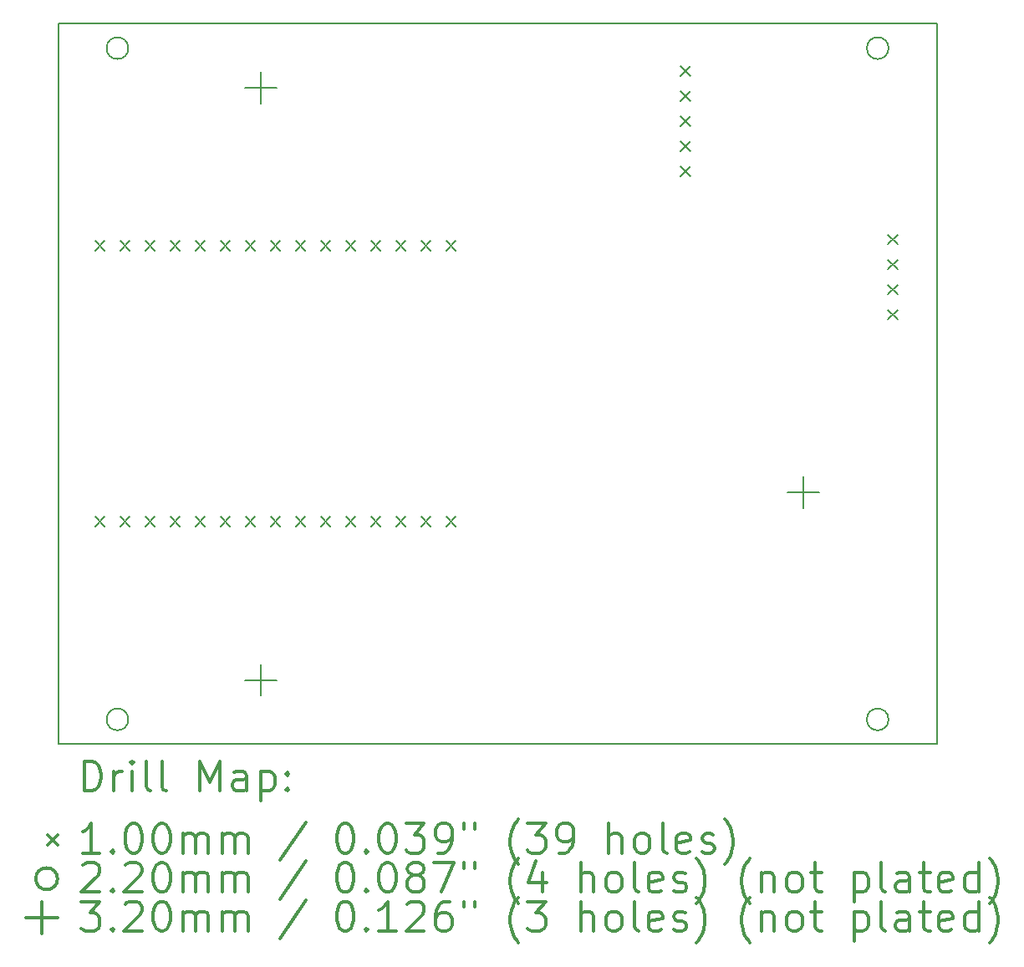
<source format=gbr>
%FSLAX45Y45*%
G04 Gerber Fmt 4.5, Leading zero omitted, Abs format (unit mm)*
G04 Created by KiCad (PCBNEW 4.0.5) date 02/25/17 14:43:31*
%MOMM*%
%LPD*%
G01*
G04 APERTURE LIST*
%ADD10C,0.127000*%
%ADD11C,0.150000*%
%ADD12C,0.200000*%
%ADD13C,0.300000*%
G04 APERTURE END LIST*
D10*
D11*
X20700000Y-4650000D02*
X11800000Y-4650000D01*
X20700000Y-11950000D02*
X20700000Y-4650000D01*
X11800000Y-11950000D02*
X20700000Y-11950000D01*
X11800000Y-4650000D02*
X11800000Y-11950000D01*
D12*
X12172000Y-6853000D02*
X12272000Y-6953000D01*
X12272000Y-6853000D02*
X12172000Y-6953000D01*
X12172000Y-9647000D02*
X12272000Y-9747000D01*
X12272000Y-9647000D02*
X12172000Y-9747000D01*
X12426000Y-6853000D02*
X12526000Y-6953000D01*
X12526000Y-6853000D02*
X12426000Y-6953000D01*
X12426000Y-9647000D02*
X12526000Y-9747000D01*
X12526000Y-9647000D02*
X12426000Y-9747000D01*
X12680000Y-6853000D02*
X12780000Y-6953000D01*
X12780000Y-6853000D02*
X12680000Y-6953000D01*
X12680000Y-9647000D02*
X12780000Y-9747000D01*
X12780000Y-9647000D02*
X12680000Y-9747000D01*
X12934000Y-6853000D02*
X13034000Y-6953000D01*
X13034000Y-6853000D02*
X12934000Y-6953000D01*
X12934000Y-9647000D02*
X13034000Y-9747000D01*
X13034000Y-9647000D02*
X12934000Y-9747000D01*
X13188000Y-6853000D02*
X13288000Y-6953000D01*
X13288000Y-6853000D02*
X13188000Y-6953000D01*
X13188000Y-9647000D02*
X13288000Y-9747000D01*
X13288000Y-9647000D02*
X13188000Y-9747000D01*
X13442000Y-6853000D02*
X13542000Y-6953000D01*
X13542000Y-6853000D02*
X13442000Y-6953000D01*
X13442000Y-9647000D02*
X13542000Y-9747000D01*
X13542000Y-9647000D02*
X13442000Y-9747000D01*
X13696000Y-6853000D02*
X13796000Y-6953000D01*
X13796000Y-6853000D02*
X13696000Y-6953000D01*
X13696000Y-9647000D02*
X13796000Y-9747000D01*
X13796000Y-9647000D02*
X13696000Y-9747000D01*
X13950000Y-6853000D02*
X14050000Y-6953000D01*
X14050000Y-6853000D02*
X13950000Y-6953000D01*
X13950000Y-9647000D02*
X14050000Y-9747000D01*
X14050000Y-9647000D02*
X13950000Y-9747000D01*
X14204000Y-6853000D02*
X14304000Y-6953000D01*
X14304000Y-6853000D02*
X14204000Y-6953000D01*
X14204000Y-9647000D02*
X14304000Y-9747000D01*
X14304000Y-9647000D02*
X14204000Y-9747000D01*
X14458000Y-6853000D02*
X14558000Y-6953000D01*
X14558000Y-6853000D02*
X14458000Y-6953000D01*
X14458000Y-9647000D02*
X14558000Y-9747000D01*
X14558000Y-9647000D02*
X14458000Y-9747000D01*
X14712000Y-6853000D02*
X14812000Y-6953000D01*
X14812000Y-6853000D02*
X14712000Y-6953000D01*
X14712000Y-9647000D02*
X14812000Y-9747000D01*
X14812000Y-9647000D02*
X14712000Y-9747000D01*
X14966000Y-6853000D02*
X15066000Y-6953000D01*
X15066000Y-6853000D02*
X14966000Y-6953000D01*
X14966000Y-9647000D02*
X15066000Y-9747000D01*
X15066000Y-9647000D02*
X14966000Y-9747000D01*
X15220000Y-6853000D02*
X15320000Y-6953000D01*
X15320000Y-6853000D02*
X15220000Y-6953000D01*
X15220000Y-9647000D02*
X15320000Y-9747000D01*
X15320000Y-9647000D02*
X15220000Y-9747000D01*
X15474000Y-6853000D02*
X15574000Y-6953000D01*
X15574000Y-6853000D02*
X15474000Y-6953000D01*
X15474000Y-9647000D02*
X15574000Y-9747000D01*
X15574000Y-9647000D02*
X15474000Y-9747000D01*
X15728000Y-6853000D02*
X15828000Y-6953000D01*
X15828000Y-6853000D02*
X15728000Y-6953000D01*
X15728000Y-9647000D02*
X15828000Y-9747000D01*
X15828000Y-9647000D02*
X15728000Y-9747000D01*
X18100000Y-5084000D02*
X18200000Y-5184000D01*
X18200000Y-5084000D02*
X18100000Y-5184000D01*
X18100000Y-5338000D02*
X18200000Y-5438000D01*
X18200000Y-5338000D02*
X18100000Y-5438000D01*
X18100000Y-5592000D02*
X18200000Y-5692000D01*
X18200000Y-5592000D02*
X18100000Y-5692000D01*
X18100000Y-5846000D02*
X18200000Y-5946000D01*
X18200000Y-5846000D02*
X18100000Y-5946000D01*
X18100000Y-6100000D02*
X18200000Y-6200000D01*
X18200000Y-6100000D02*
X18100000Y-6200000D01*
X20200000Y-6788000D02*
X20300000Y-6888000D01*
X20300000Y-6788000D02*
X20200000Y-6888000D01*
X20200000Y-7042000D02*
X20300000Y-7142000D01*
X20300000Y-7042000D02*
X20200000Y-7142000D01*
X20200000Y-7296000D02*
X20300000Y-7396000D01*
X20300000Y-7296000D02*
X20200000Y-7396000D01*
X20200000Y-7550000D02*
X20300000Y-7650000D01*
X20300000Y-7550000D02*
X20200000Y-7650000D01*
X12510000Y-4900000D02*
G75*
G03X12510000Y-4900000I-110000J0D01*
G01*
X12510000Y-11700000D02*
G75*
G03X12510000Y-11700000I-110000J0D01*
G01*
X20210000Y-4900000D02*
G75*
G03X20210000Y-4900000I-110000J0D01*
G01*
X20210000Y-11700000D02*
G75*
G03X20210000Y-11700000I-110000J0D01*
G01*
X13850000Y-5140000D02*
X13850000Y-5460000D01*
X13690000Y-5300000D02*
X14010000Y-5300000D01*
X13850000Y-11140000D02*
X13850000Y-11460000D01*
X13690000Y-11300000D02*
X14010000Y-11300000D01*
X19350000Y-9240000D02*
X19350000Y-9560000D01*
X19190000Y-9400000D02*
X19510000Y-9400000D01*
D13*
X12063928Y-12423214D02*
X12063928Y-12123214D01*
X12135357Y-12123214D01*
X12178214Y-12137500D01*
X12206786Y-12166071D01*
X12221071Y-12194643D01*
X12235357Y-12251786D01*
X12235357Y-12294643D01*
X12221071Y-12351786D01*
X12206786Y-12380357D01*
X12178214Y-12408929D01*
X12135357Y-12423214D01*
X12063928Y-12423214D01*
X12363928Y-12423214D02*
X12363928Y-12223214D01*
X12363928Y-12280357D02*
X12378214Y-12251786D01*
X12392500Y-12237500D01*
X12421071Y-12223214D01*
X12449643Y-12223214D01*
X12549643Y-12423214D02*
X12549643Y-12223214D01*
X12549643Y-12123214D02*
X12535357Y-12137500D01*
X12549643Y-12151786D01*
X12563928Y-12137500D01*
X12549643Y-12123214D01*
X12549643Y-12151786D01*
X12735357Y-12423214D02*
X12706786Y-12408929D01*
X12692500Y-12380357D01*
X12692500Y-12123214D01*
X12892500Y-12423214D02*
X12863928Y-12408929D01*
X12849643Y-12380357D01*
X12849643Y-12123214D01*
X13235357Y-12423214D02*
X13235357Y-12123214D01*
X13335357Y-12337500D01*
X13435357Y-12123214D01*
X13435357Y-12423214D01*
X13706786Y-12423214D02*
X13706786Y-12266071D01*
X13692500Y-12237500D01*
X13663928Y-12223214D01*
X13606786Y-12223214D01*
X13578214Y-12237500D01*
X13706786Y-12408929D02*
X13678214Y-12423214D01*
X13606786Y-12423214D01*
X13578214Y-12408929D01*
X13563928Y-12380357D01*
X13563928Y-12351786D01*
X13578214Y-12323214D01*
X13606786Y-12308929D01*
X13678214Y-12308929D01*
X13706786Y-12294643D01*
X13849643Y-12223214D02*
X13849643Y-12523214D01*
X13849643Y-12237500D02*
X13878214Y-12223214D01*
X13935357Y-12223214D01*
X13963928Y-12237500D01*
X13978214Y-12251786D01*
X13992500Y-12280357D01*
X13992500Y-12366071D01*
X13978214Y-12394643D01*
X13963928Y-12408929D01*
X13935357Y-12423214D01*
X13878214Y-12423214D01*
X13849643Y-12408929D01*
X14121071Y-12394643D02*
X14135357Y-12408929D01*
X14121071Y-12423214D01*
X14106786Y-12408929D01*
X14121071Y-12394643D01*
X14121071Y-12423214D01*
X14121071Y-12237500D02*
X14135357Y-12251786D01*
X14121071Y-12266071D01*
X14106786Y-12251786D01*
X14121071Y-12237500D01*
X14121071Y-12266071D01*
X11692500Y-12867500D02*
X11792500Y-12967500D01*
X11792500Y-12867500D02*
X11692500Y-12967500D01*
X12221071Y-13053214D02*
X12049643Y-13053214D01*
X12135357Y-13053214D02*
X12135357Y-12753214D01*
X12106786Y-12796071D01*
X12078214Y-12824643D01*
X12049643Y-12838929D01*
X12349643Y-13024643D02*
X12363928Y-13038929D01*
X12349643Y-13053214D01*
X12335357Y-13038929D01*
X12349643Y-13024643D01*
X12349643Y-13053214D01*
X12549643Y-12753214D02*
X12578214Y-12753214D01*
X12606786Y-12767500D01*
X12621071Y-12781786D01*
X12635357Y-12810357D01*
X12649643Y-12867500D01*
X12649643Y-12938929D01*
X12635357Y-12996071D01*
X12621071Y-13024643D01*
X12606786Y-13038929D01*
X12578214Y-13053214D01*
X12549643Y-13053214D01*
X12521071Y-13038929D01*
X12506786Y-13024643D01*
X12492500Y-12996071D01*
X12478214Y-12938929D01*
X12478214Y-12867500D01*
X12492500Y-12810357D01*
X12506786Y-12781786D01*
X12521071Y-12767500D01*
X12549643Y-12753214D01*
X12835357Y-12753214D02*
X12863928Y-12753214D01*
X12892500Y-12767500D01*
X12906786Y-12781786D01*
X12921071Y-12810357D01*
X12935357Y-12867500D01*
X12935357Y-12938929D01*
X12921071Y-12996071D01*
X12906786Y-13024643D01*
X12892500Y-13038929D01*
X12863928Y-13053214D01*
X12835357Y-13053214D01*
X12806786Y-13038929D01*
X12792500Y-13024643D01*
X12778214Y-12996071D01*
X12763928Y-12938929D01*
X12763928Y-12867500D01*
X12778214Y-12810357D01*
X12792500Y-12781786D01*
X12806786Y-12767500D01*
X12835357Y-12753214D01*
X13063928Y-13053214D02*
X13063928Y-12853214D01*
X13063928Y-12881786D02*
X13078214Y-12867500D01*
X13106786Y-12853214D01*
X13149643Y-12853214D01*
X13178214Y-12867500D01*
X13192500Y-12896071D01*
X13192500Y-13053214D01*
X13192500Y-12896071D02*
X13206786Y-12867500D01*
X13235357Y-12853214D01*
X13278214Y-12853214D01*
X13306786Y-12867500D01*
X13321071Y-12896071D01*
X13321071Y-13053214D01*
X13463928Y-13053214D02*
X13463928Y-12853214D01*
X13463928Y-12881786D02*
X13478214Y-12867500D01*
X13506786Y-12853214D01*
X13549643Y-12853214D01*
X13578214Y-12867500D01*
X13592500Y-12896071D01*
X13592500Y-13053214D01*
X13592500Y-12896071D02*
X13606786Y-12867500D01*
X13635357Y-12853214D01*
X13678214Y-12853214D01*
X13706786Y-12867500D01*
X13721071Y-12896071D01*
X13721071Y-13053214D01*
X14306786Y-12738929D02*
X14049643Y-13124643D01*
X14692500Y-12753214D02*
X14721071Y-12753214D01*
X14749643Y-12767500D01*
X14763928Y-12781786D01*
X14778214Y-12810357D01*
X14792500Y-12867500D01*
X14792500Y-12938929D01*
X14778214Y-12996071D01*
X14763928Y-13024643D01*
X14749643Y-13038929D01*
X14721071Y-13053214D01*
X14692500Y-13053214D01*
X14663928Y-13038929D01*
X14649643Y-13024643D01*
X14635357Y-12996071D01*
X14621071Y-12938929D01*
X14621071Y-12867500D01*
X14635357Y-12810357D01*
X14649643Y-12781786D01*
X14663928Y-12767500D01*
X14692500Y-12753214D01*
X14921071Y-13024643D02*
X14935357Y-13038929D01*
X14921071Y-13053214D01*
X14906786Y-13038929D01*
X14921071Y-13024643D01*
X14921071Y-13053214D01*
X15121071Y-12753214D02*
X15149643Y-12753214D01*
X15178214Y-12767500D01*
X15192500Y-12781786D01*
X15206785Y-12810357D01*
X15221071Y-12867500D01*
X15221071Y-12938929D01*
X15206785Y-12996071D01*
X15192500Y-13024643D01*
X15178214Y-13038929D01*
X15149643Y-13053214D01*
X15121071Y-13053214D01*
X15092500Y-13038929D01*
X15078214Y-13024643D01*
X15063928Y-12996071D01*
X15049643Y-12938929D01*
X15049643Y-12867500D01*
X15063928Y-12810357D01*
X15078214Y-12781786D01*
X15092500Y-12767500D01*
X15121071Y-12753214D01*
X15321071Y-12753214D02*
X15506785Y-12753214D01*
X15406785Y-12867500D01*
X15449643Y-12867500D01*
X15478214Y-12881786D01*
X15492500Y-12896071D01*
X15506785Y-12924643D01*
X15506785Y-12996071D01*
X15492500Y-13024643D01*
X15478214Y-13038929D01*
X15449643Y-13053214D01*
X15363928Y-13053214D01*
X15335357Y-13038929D01*
X15321071Y-13024643D01*
X15649643Y-13053214D02*
X15706785Y-13053214D01*
X15735357Y-13038929D01*
X15749643Y-13024643D01*
X15778214Y-12981786D01*
X15792500Y-12924643D01*
X15792500Y-12810357D01*
X15778214Y-12781786D01*
X15763928Y-12767500D01*
X15735357Y-12753214D01*
X15678214Y-12753214D01*
X15649643Y-12767500D01*
X15635357Y-12781786D01*
X15621071Y-12810357D01*
X15621071Y-12881786D01*
X15635357Y-12910357D01*
X15649643Y-12924643D01*
X15678214Y-12938929D01*
X15735357Y-12938929D01*
X15763928Y-12924643D01*
X15778214Y-12910357D01*
X15792500Y-12881786D01*
X15906786Y-12753214D02*
X15906786Y-12810357D01*
X16021071Y-12753214D02*
X16021071Y-12810357D01*
X16463928Y-13167500D02*
X16449643Y-13153214D01*
X16421071Y-13110357D01*
X16406785Y-13081786D01*
X16392500Y-13038929D01*
X16378214Y-12967500D01*
X16378214Y-12910357D01*
X16392500Y-12838929D01*
X16406785Y-12796071D01*
X16421071Y-12767500D01*
X16449643Y-12724643D01*
X16463928Y-12710357D01*
X16549643Y-12753214D02*
X16735357Y-12753214D01*
X16635357Y-12867500D01*
X16678214Y-12867500D01*
X16706785Y-12881786D01*
X16721071Y-12896071D01*
X16735357Y-12924643D01*
X16735357Y-12996071D01*
X16721071Y-13024643D01*
X16706785Y-13038929D01*
X16678214Y-13053214D01*
X16592500Y-13053214D01*
X16563928Y-13038929D01*
X16549643Y-13024643D01*
X16878214Y-13053214D02*
X16935357Y-13053214D01*
X16963928Y-13038929D01*
X16978214Y-13024643D01*
X17006786Y-12981786D01*
X17021071Y-12924643D01*
X17021071Y-12810357D01*
X17006786Y-12781786D01*
X16992500Y-12767500D01*
X16963928Y-12753214D01*
X16906786Y-12753214D01*
X16878214Y-12767500D01*
X16863928Y-12781786D01*
X16849643Y-12810357D01*
X16849643Y-12881786D01*
X16863928Y-12910357D01*
X16878214Y-12924643D01*
X16906786Y-12938929D01*
X16963928Y-12938929D01*
X16992500Y-12924643D01*
X17006786Y-12910357D01*
X17021071Y-12881786D01*
X17378214Y-13053214D02*
X17378214Y-12753214D01*
X17506786Y-13053214D02*
X17506786Y-12896071D01*
X17492500Y-12867500D01*
X17463928Y-12853214D01*
X17421071Y-12853214D01*
X17392500Y-12867500D01*
X17378214Y-12881786D01*
X17692500Y-13053214D02*
X17663928Y-13038929D01*
X17649643Y-13024643D01*
X17635357Y-12996071D01*
X17635357Y-12910357D01*
X17649643Y-12881786D01*
X17663928Y-12867500D01*
X17692500Y-12853214D01*
X17735357Y-12853214D01*
X17763928Y-12867500D01*
X17778214Y-12881786D01*
X17792500Y-12910357D01*
X17792500Y-12996071D01*
X17778214Y-13024643D01*
X17763928Y-13038929D01*
X17735357Y-13053214D01*
X17692500Y-13053214D01*
X17963928Y-13053214D02*
X17935357Y-13038929D01*
X17921071Y-13010357D01*
X17921071Y-12753214D01*
X18192500Y-13038929D02*
X18163929Y-13053214D01*
X18106786Y-13053214D01*
X18078214Y-13038929D01*
X18063929Y-13010357D01*
X18063929Y-12896071D01*
X18078214Y-12867500D01*
X18106786Y-12853214D01*
X18163929Y-12853214D01*
X18192500Y-12867500D01*
X18206786Y-12896071D01*
X18206786Y-12924643D01*
X18063929Y-12953214D01*
X18321071Y-13038929D02*
X18349643Y-13053214D01*
X18406786Y-13053214D01*
X18435357Y-13038929D01*
X18449643Y-13010357D01*
X18449643Y-12996071D01*
X18435357Y-12967500D01*
X18406786Y-12953214D01*
X18363929Y-12953214D01*
X18335357Y-12938929D01*
X18321071Y-12910357D01*
X18321071Y-12896071D01*
X18335357Y-12867500D01*
X18363929Y-12853214D01*
X18406786Y-12853214D01*
X18435357Y-12867500D01*
X18549643Y-13167500D02*
X18563929Y-13153214D01*
X18592500Y-13110357D01*
X18606786Y-13081786D01*
X18621071Y-13038929D01*
X18635357Y-12967500D01*
X18635357Y-12910357D01*
X18621071Y-12838929D01*
X18606786Y-12796071D01*
X18592500Y-12767500D01*
X18563929Y-12724643D01*
X18549643Y-12710357D01*
X11792500Y-13313500D02*
G75*
G03X11792500Y-13313500I-110000J0D01*
G01*
X12049643Y-13177786D02*
X12063928Y-13163500D01*
X12092500Y-13149214D01*
X12163928Y-13149214D01*
X12192500Y-13163500D01*
X12206786Y-13177786D01*
X12221071Y-13206357D01*
X12221071Y-13234929D01*
X12206786Y-13277786D01*
X12035357Y-13449214D01*
X12221071Y-13449214D01*
X12349643Y-13420643D02*
X12363928Y-13434929D01*
X12349643Y-13449214D01*
X12335357Y-13434929D01*
X12349643Y-13420643D01*
X12349643Y-13449214D01*
X12478214Y-13177786D02*
X12492500Y-13163500D01*
X12521071Y-13149214D01*
X12592500Y-13149214D01*
X12621071Y-13163500D01*
X12635357Y-13177786D01*
X12649643Y-13206357D01*
X12649643Y-13234929D01*
X12635357Y-13277786D01*
X12463928Y-13449214D01*
X12649643Y-13449214D01*
X12835357Y-13149214D02*
X12863928Y-13149214D01*
X12892500Y-13163500D01*
X12906786Y-13177786D01*
X12921071Y-13206357D01*
X12935357Y-13263500D01*
X12935357Y-13334929D01*
X12921071Y-13392071D01*
X12906786Y-13420643D01*
X12892500Y-13434929D01*
X12863928Y-13449214D01*
X12835357Y-13449214D01*
X12806786Y-13434929D01*
X12792500Y-13420643D01*
X12778214Y-13392071D01*
X12763928Y-13334929D01*
X12763928Y-13263500D01*
X12778214Y-13206357D01*
X12792500Y-13177786D01*
X12806786Y-13163500D01*
X12835357Y-13149214D01*
X13063928Y-13449214D02*
X13063928Y-13249214D01*
X13063928Y-13277786D02*
X13078214Y-13263500D01*
X13106786Y-13249214D01*
X13149643Y-13249214D01*
X13178214Y-13263500D01*
X13192500Y-13292071D01*
X13192500Y-13449214D01*
X13192500Y-13292071D02*
X13206786Y-13263500D01*
X13235357Y-13249214D01*
X13278214Y-13249214D01*
X13306786Y-13263500D01*
X13321071Y-13292071D01*
X13321071Y-13449214D01*
X13463928Y-13449214D02*
X13463928Y-13249214D01*
X13463928Y-13277786D02*
X13478214Y-13263500D01*
X13506786Y-13249214D01*
X13549643Y-13249214D01*
X13578214Y-13263500D01*
X13592500Y-13292071D01*
X13592500Y-13449214D01*
X13592500Y-13292071D02*
X13606786Y-13263500D01*
X13635357Y-13249214D01*
X13678214Y-13249214D01*
X13706786Y-13263500D01*
X13721071Y-13292071D01*
X13721071Y-13449214D01*
X14306786Y-13134929D02*
X14049643Y-13520643D01*
X14692500Y-13149214D02*
X14721071Y-13149214D01*
X14749643Y-13163500D01*
X14763928Y-13177786D01*
X14778214Y-13206357D01*
X14792500Y-13263500D01*
X14792500Y-13334929D01*
X14778214Y-13392071D01*
X14763928Y-13420643D01*
X14749643Y-13434929D01*
X14721071Y-13449214D01*
X14692500Y-13449214D01*
X14663928Y-13434929D01*
X14649643Y-13420643D01*
X14635357Y-13392071D01*
X14621071Y-13334929D01*
X14621071Y-13263500D01*
X14635357Y-13206357D01*
X14649643Y-13177786D01*
X14663928Y-13163500D01*
X14692500Y-13149214D01*
X14921071Y-13420643D02*
X14935357Y-13434929D01*
X14921071Y-13449214D01*
X14906786Y-13434929D01*
X14921071Y-13420643D01*
X14921071Y-13449214D01*
X15121071Y-13149214D02*
X15149643Y-13149214D01*
X15178214Y-13163500D01*
X15192500Y-13177786D01*
X15206785Y-13206357D01*
X15221071Y-13263500D01*
X15221071Y-13334929D01*
X15206785Y-13392071D01*
X15192500Y-13420643D01*
X15178214Y-13434929D01*
X15149643Y-13449214D01*
X15121071Y-13449214D01*
X15092500Y-13434929D01*
X15078214Y-13420643D01*
X15063928Y-13392071D01*
X15049643Y-13334929D01*
X15049643Y-13263500D01*
X15063928Y-13206357D01*
X15078214Y-13177786D01*
X15092500Y-13163500D01*
X15121071Y-13149214D01*
X15392500Y-13277786D02*
X15363928Y-13263500D01*
X15349643Y-13249214D01*
X15335357Y-13220643D01*
X15335357Y-13206357D01*
X15349643Y-13177786D01*
X15363928Y-13163500D01*
X15392500Y-13149214D01*
X15449643Y-13149214D01*
X15478214Y-13163500D01*
X15492500Y-13177786D01*
X15506785Y-13206357D01*
X15506785Y-13220643D01*
X15492500Y-13249214D01*
X15478214Y-13263500D01*
X15449643Y-13277786D01*
X15392500Y-13277786D01*
X15363928Y-13292071D01*
X15349643Y-13306357D01*
X15335357Y-13334929D01*
X15335357Y-13392071D01*
X15349643Y-13420643D01*
X15363928Y-13434929D01*
X15392500Y-13449214D01*
X15449643Y-13449214D01*
X15478214Y-13434929D01*
X15492500Y-13420643D01*
X15506785Y-13392071D01*
X15506785Y-13334929D01*
X15492500Y-13306357D01*
X15478214Y-13292071D01*
X15449643Y-13277786D01*
X15606785Y-13149214D02*
X15806785Y-13149214D01*
X15678214Y-13449214D01*
X15906786Y-13149214D02*
X15906786Y-13206357D01*
X16021071Y-13149214D02*
X16021071Y-13206357D01*
X16463928Y-13563500D02*
X16449643Y-13549214D01*
X16421071Y-13506357D01*
X16406785Y-13477786D01*
X16392500Y-13434929D01*
X16378214Y-13363500D01*
X16378214Y-13306357D01*
X16392500Y-13234929D01*
X16406785Y-13192071D01*
X16421071Y-13163500D01*
X16449643Y-13120643D01*
X16463928Y-13106357D01*
X16706785Y-13249214D02*
X16706785Y-13449214D01*
X16635357Y-13134929D02*
X16563928Y-13349214D01*
X16749643Y-13349214D01*
X17092500Y-13449214D02*
X17092500Y-13149214D01*
X17221071Y-13449214D02*
X17221071Y-13292071D01*
X17206786Y-13263500D01*
X17178214Y-13249214D01*
X17135357Y-13249214D01*
X17106786Y-13263500D01*
X17092500Y-13277786D01*
X17406786Y-13449214D02*
X17378214Y-13434929D01*
X17363928Y-13420643D01*
X17349643Y-13392071D01*
X17349643Y-13306357D01*
X17363928Y-13277786D01*
X17378214Y-13263500D01*
X17406786Y-13249214D01*
X17449643Y-13249214D01*
X17478214Y-13263500D01*
X17492500Y-13277786D01*
X17506786Y-13306357D01*
X17506786Y-13392071D01*
X17492500Y-13420643D01*
X17478214Y-13434929D01*
X17449643Y-13449214D01*
X17406786Y-13449214D01*
X17678214Y-13449214D02*
X17649643Y-13434929D01*
X17635357Y-13406357D01*
X17635357Y-13149214D01*
X17906786Y-13434929D02*
X17878214Y-13449214D01*
X17821071Y-13449214D01*
X17792500Y-13434929D01*
X17778214Y-13406357D01*
X17778214Y-13292071D01*
X17792500Y-13263500D01*
X17821071Y-13249214D01*
X17878214Y-13249214D01*
X17906786Y-13263500D01*
X17921071Y-13292071D01*
X17921071Y-13320643D01*
X17778214Y-13349214D01*
X18035357Y-13434929D02*
X18063929Y-13449214D01*
X18121071Y-13449214D01*
X18149643Y-13434929D01*
X18163929Y-13406357D01*
X18163929Y-13392071D01*
X18149643Y-13363500D01*
X18121071Y-13349214D01*
X18078214Y-13349214D01*
X18049643Y-13334929D01*
X18035357Y-13306357D01*
X18035357Y-13292071D01*
X18049643Y-13263500D01*
X18078214Y-13249214D01*
X18121071Y-13249214D01*
X18149643Y-13263500D01*
X18263928Y-13563500D02*
X18278214Y-13549214D01*
X18306786Y-13506357D01*
X18321071Y-13477786D01*
X18335357Y-13434929D01*
X18349643Y-13363500D01*
X18349643Y-13306357D01*
X18335357Y-13234929D01*
X18321071Y-13192071D01*
X18306786Y-13163500D01*
X18278214Y-13120643D01*
X18263928Y-13106357D01*
X18806786Y-13563500D02*
X18792500Y-13549214D01*
X18763928Y-13506357D01*
X18749643Y-13477786D01*
X18735357Y-13434929D01*
X18721071Y-13363500D01*
X18721071Y-13306357D01*
X18735357Y-13234929D01*
X18749643Y-13192071D01*
X18763928Y-13163500D01*
X18792500Y-13120643D01*
X18806786Y-13106357D01*
X18921071Y-13249214D02*
X18921071Y-13449214D01*
X18921071Y-13277786D02*
X18935357Y-13263500D01*
X18963928Y-13249214D01*
X19006786Y-13249214D01*
X19035357Y-13263500D01*
X19049643Y-13292071D01*
X19049643Y-13449214D01*
X19235357Y-13449214D02*
X19206786Y-13434929D01*
X19192500Y-13420643D01*
X19178214Y-13392071D01*
X19178214Y-13306357D01*
X19192500Y-13277786D01*
X19206786Y-13263500D01*
X19235357Y-13249214D01*
X19278214Y-13249214D01*
X19306786Y-13263500D01*
X19321071Y-13277786D01*
X19335357Y-13306357D01*
X19335357Y-13392071D01*
X19321071Y-13420643D01*
X19306786Y-13434929D01*
X19278214Y-13449214D01*
X19235357Y-13449214D01*
X19421071Y-13249214D02*
X19535357Y-13249214D01*
X19463929Y-13149214D02*
X19463929Y-13406357D01*
X19478214Y-13434929D01*
X19506786Y-13449214D01*
X19535357Y-13449214D01*
X19863929Y-13249214D02*
X19863929Y-13549214D01*
X19863929Y-13263500D02*
X19892500Y-13249214D01*
X19949643Y-13249214D01*
X19978214Y-13263500D01*
X19992500Y-13277786D01*
X20006786Y-13306357D01*
X20006786Y-13392071D01*
X19992500Y-13420643D01*
X19978214Y-13434929D01*
X19949643Y-13449214D01*
X19892500Y-13449214D01*
X19863929Y-13434929D01*
X20178214Y-13449214D02*
X20149643Y-13434929D01*
X20135357Y-13406357D01*
X20135357Y-13149214D01*
X20421071Y-13449214D02*
X20421071Y-13292071D01*
X20406786Y-13263500D01*
X20378214Y-13249214D01*
X20321071Y-13249214D01*
X20292500Y-13263500D01*
X20421071Y-13434929D02*
X20392500Y-13449214D01*
X20321071Y-13449214D01*
X20292500Y-13434929D01*
X20278214Y-13406357D01*
X20278214Y-13377786D01*
X20292500Y-13349214D01*
X20321071Y-13334929D01*
X20392500Y-13334929D01*
X20421071Y-13320643D01*
X20521071Y-13249214D02*
X20635357Y-13249214D01*
X20563929Y-13149214D02*
X20563929Y-13406357D01*
X20578214Y-13434929D01*
X20606786Y-13449214D01*
X20635357Y-13449214D01*
X20849643Y-13434929D02*
X20821072Y-13449214D01*
X20763929Y-13449214D01*
X20735357Y-13434929D01*
X20721072Y-13406357D01*
X20721072Y-13292071D01*
X20735357Y-13263500D01*
X20763929Y-13249214D01*
X20821072Y-13249214D01*
X20849643Y-13263500D01*
X20863929Y-13292071D01*
X20863929Y-13320643D01*
X20721072Y-13349214D01*
X21121072Y-13449214D02*
X21121072Y-13149214D01*
X21121072Y-13434929D02*
X21092500Y-13449214D01*
X21035357Y-13449214D01*
X21006786Y-13434929D01*
X20992500Y-13420643D01*
X20978214Y-13392071D01*
X20978214Y-13306357D01*
X20992500Y-13277786D01*
X21006786Y-13263500D01*
X21035357Y-13249214D01*
X21092500Y-13249214D01*
X21121072Y-13263500D01*
X21235357Y-13563500D02*
X21249643Y-13549214D01*
X21278214Y-13506357D01*
X21292500Y-13477786D01*
X21306786Y-13434929D01*
X21321072Y-13363500D01*
X21321072Y-13306357D01*
X21306786Y-13234929D01*
X21292500Y-13192071D01*
X21278214Y-13163500D01*
X21249643Y-13120643D01*
X21235357Y-13106357D01*
X11632500Y-13549500D02*
X11632500Y-13869500D01*
X11472500Y-13709500D02*
X11792500Y-13709500D01*
X12035357Y-13545214D02*
X12221071Y-13545214D01*
X12121071Y-13659500D01*
X12163928Y-13659500D01*
X12192500Y-13673786D01*
X12206786Y-13688071D01*
X12221071Y-13716643D01*
X12221071Y-13788071D01*
X12206786Y-13816643D01*
X12192500Y-13830929D01*
X12163928Y-13845214D01*
X12078214Y-13845214D01*
X12049643Y-13830929D01*
X12035357Y-13816643D01*
X12349643Y-13816643D02*
X12363928Y-13830929D01*
X12349643Y-13845214D01*
X12335357Y-13830929D01*
X12349643Y-13816643D01*
X12349643Y-13845214D01*
X12478214Y-13573786D02*
X12492500Y-13559500D01*
X12521071Y-13545214D01*
X12592500Y-13545214D01*
X12621071Y-13559500D01*
X12635357Y-13573786D01*
X12649643Y-13602357D01*
X12649643Y-13630929D01*
X12635357Y-13673786D01*
X12463928Y-13845214D01*
X12649643Y-13845214D01*
X12835357Y-13545214D02*
X12863928Y-13545214D01*
X12892500Y-13559500D01*
X12906786Y-13573786D01*
X12921071Y-13602357D01*
X12935357Y-13659500D01*
X12935357Y-13730929D01*
X12921071Y-13788071D01*
X12906786Y-13816643D01*
X12892500Y-13830929D01*
X12863928Y-13845214D01*
X12835357Y-13845214D01*
X12806786Y-13830929D01*
X12792500Y-13816643D01*
X12778214Y-13788071D01*
X12763928Y-13730929D01*
X12763928Y-13659500D01*
X12778214Y-13602357D01*
X12792500Y-13573786D01*
X12806786Y-13559500D01*
X12835357Y-13545214D01*
X13063928Y-13845214D02*
X13063928Y-13645214D01*
X13063928Y-13673786D02*
X13078214Y-13659500D01*
X13106786Y-13645214D01*
X13149643Y-13645214D01*
X13178214Y-13659500D01*
X13192500Y-13688071D01*
X13192500Y-13845214D01*
X13192500Y-13688071D02*
X13206786Y-13659500D01*
X13235357Y-13645214D01*
X13278214Y-13645214D01*
X13306786Y-13659500D01*
X13321071Y-13688071D01*
X13321071Y-13845214D01*
X13463928Y-13845214D02*
X13463928Y-13645214D01*
X13463928Y-13673786D02*
X13478214Y-13659500D01*
X13506786Y-13645214D01*
X13549643Y-13645214D01*
X13578214Y-13659500D01*
X13592500Y-13688071D01*
X13592500Y-13845214D01*
X13592500Y-13688071D02*
X13606786Y-13659500D01*
X13635357Y-13645214D01*
X13678214Y-13645214D01*
X13706786Y-13659500D01*
X13721071Y-13688071D01*
X13721071Y-13845214D01*
X14306786Y-13530929D02*
X14049643Y-13916643D01*
X14692500Y-13545214D02*
X14721071Y-13545214D01*
X14749643Y-13559500D01*
X14763928Y-13573786D01*
X14778214Y-13602357D01*
X14792500Y-13659500D01*
X14792500Y-13730929D01*
X14778214Y-13788071D01*
X14763928Y-13816643D01*
X14749643Y-13830929D01*
X14721071Y-13845214D01*
X14692500Y-13845214D01*
X14663928Y-13830929D01*
X14649643Y-13816643D01*
X14635357Y-13788071D01*
X14621071Y-13730929D01*
X14621071Y-13659500D01*
X14635357Y-13602357D01*
X14649643Y-13573786D01*
X14663928Y-13559500D01*
X14692500Y-13545214D01*
X14921071Y-13816643D02*
X14935357Y-13830929D01*
X14921071Y-13845214D01*
X14906786Y-13830929D01*
X14921071Y-13816643D01*
X14921071Y-13845214D01*
X15221071Y-13845214D02*
X15049643Y-13845214D01*
X15135357Y-13845214D02*
X15135357Y-13545214D01*
X15106785Y-13588071D01*
X15078214Y-13616643D01*
X15049643Y-13630929D01*
X15335357Y-13573786D02*
X15349643Y-13559500D01*
X15378214Y-13545214D01*
X15449643Y-13545214D01*
X15478214Y-13559500D01*
X15492500Y-13573786D01*
X15506785Y-13602357D01*
X15506785Y-13630929D01*
X15492500Y-13673786D01*
X15321071Y-13845214D01*
X15506785Y-13845214D01*
X15763928Y-13545214D02*
X15706785Y-13545214D01*
X15678214Y-13559500D01*
X15663928Y-13573786D01*
X15635357Y-13616643D01*
X15621071Y-13673786D01*
X15621071Y-13788071D01*
X15635357Y-13816643D01*
X15649643Y-13830929D01*
X15678214Y-13845214D01*
X15735357Y-13845214D01*
X15763928Y-13830929D01*
X15778214Y-13816643D01*
X15792500Y-13788071D01*
X15792500Y-13716643D01*
X15778214Y-13688071D01*
X15763928Y-13673786D01*
X15735357Y-13659500D01*
X15678214Y-13659500D01*
X15649643Y-13673786D01*
X15635357Y-13688071D01*
X15621071Y-13716643D01*
X15906786Y-13545214D02*
X15906786Y-13602357D01*
X16021071Y-13545214D02*
X16021071Y-13602357D01*
X16463928Y-13959500D02*
X16449643Y-13945214D01*
X16421071Y-13902357D01*
X16406785Y-13873786D01*
X16392500Y-13830929D01*
X16378214Y-13759500D01*
X16378214Y-13702357D01*
X16392500Y-13630929D01*
X16406785Y-13588071D01*
X16421071Y-13559500D01*
X16449643Y-13516643D01*
X16463928Y-13502357D01*
X16549643Y-13545214D02*
X16735357Y-13545214D01*
X16635357Y-13659500D01*
X16678214Y-13659500D01*
X16706785Y-13673786D01*
X16721071Y-13688071D01*
X16735357Y-13716643D01*
X16735357Y-13788071D01*
X16721071Y-13816643D01*
X16706785Y-13830929D01*
X16678214Y-13845214D01*
X16592500Y-13845214D01*
X16563928Y-13830929D01*
X16549643Y-13816643D01*
X17092500Y-13845214D02*
X17092500Y-13545214D01*
X17221071Y-13845214D02*
X17221071Y-13688071D01*
X17206786Y-13659500D01*
X17178214Y-13645214D01*
X17135357Y-13645214D01*
X17106786Y-13659500D01*
X17092500Y-13673786D01*
X17406786Y-13845214D02*
X17378214Y-13830929D01*
X17363928Y-13816643D01*
X17349643Y-13788071D01*
X17349643Y-13702357D01*
X17363928Y-13673786D01*
X17378214Y-13659500D01*
X17406786Y-13645214D01*
X17449643Y-13645214D01*
X17478214Y-13659500D01*
X17492500Y-13673786D01*
X17506786Y-13702357D01*
X17506786Y-13788071D01*
X17492500Y-13816643D01*
X17478214Y-13830929D01*
X17449643Y-13845214D01*
X17406786Y-13845214D01*
X17678214Y-13845214D02*
X17649643Y-13830929D01*
X17635357Y-13802357D01*
X17635357Y-13545214D01*
X17906786Y-13830929D02*
X17878214Y-13845214D01*
X17821071Y-13845214D01*
X17792500Y-13830929D01*
X17778214Y-13802357D01*
X17778214Y-13688071D01*
X17792500Y-13659500D01*
X17821071Y-13645214D01*
X17878214Y-13645214D01*
X17906786Y-13659500D01*
X17921071Y-13688071D01*
X17921071Y-13716643D01*
X17778214Y-13745214D01*
X18035357Y-13830929D02*
X18063929Y-13845214D01*
X18121071Y-13845214D01*
X18149643Y-13830929D01*
X18163929Y-13802357D01*
X18163929Y-13788071D01*
X18149643Y-13759500D01*
X18121071Y-13745214D01*
X18078214Y-13745214D01*
X18049643Y-13730929D01*
X18035357Y-13702357D01*
X18035357Y-13688071D01*
X18049643Y-13659500D01*
X18078214Y-13645214D01*
X18121071Y-13645214D01*
X18149643Y-13659500D01*
X18263928Y-13959500D02*
X18278214Y-13945214D01*
X18306786Y-13902357D01*
X18321071Y-13873786D01*
X18335357Y-13830929D01*
X18349643Y-13759500D01*
X18349643Y-13702357D01*
X18335357Y-13630929D01*
X18321071Y-13588071D01*
X18306786Y-13559500D01*
X18278214Y-13516643D01*
X18263928Y-13502357D01*
X18806786Y-13959500D02*
X18792500Y-13945214D01*
X18763928Y-13902357D01*
X18749643Y-13873786D01*
X18735357Y-13830929D01*
X18721071Y-13759500D01*
X18721071Y-13702357D01*
X18735357Y-13630929D01*
X18749643Y-13588071D01*
X18763928Y-13559500D01*
X18792500Y-13516643D01*
X18806786Y-13502357D01*
X18921071Y-13645214D02*
X18921071Y-13845214D01*
X18921071Y-13673786D02*
X18935357Y-13659500D01*
X18963928Y-13645214D01*
X19006786Y-13645214D01*
X19035357Y-13659500D01*
X19049643Y-13688071D01*
X19049643Y-13845214D01*
X19235357Y-13845214D02*
X19206786Y-13830929D01*
X19192500Y-13816643D01*
X19178214Y-13788071D01*
X19178214Y-13702357D01*
X19192500Y-13673786D01*
X19206786Y-13659500D01*
X19235357Y-13645214D01*
X19278214Y-13645214D01*
X19306786Y-13659500D01*
X19321071Y-13673786D01*
X19335357Y-13702357D01*
X19335357Y-13788071D01*
X19321071Y-13816643D01*
X19306786Y-13830929D01*
X19278214Y-13845214D01*
X19235357Y-13845214D01*
X19421071Y-13645214D02*
X19535357Y-13645214D01*
X19463929Y-13545214D02*
X19463929Y-13802357D01*
X19478214Y-13830929D01*
X19506786Y-13845214D01*
X19535357Y-13845214D01*
X19863929Y-13645214D02*
X19863929Y-13945214D01*
X19863929Y-13659500D02*
X19892500Y-13645214D01*
X19949643Y-13645214D01*
X19978214Y-13659500D01*
X19992500Y-13673786D01*
X20006786Y-13702357D01*
X20006786Y-13788071D01*
X19992500Y-13816643D01*
X19978214Y-13830929D01*
X19949643Y-13845214D01*
X19892500Y-13845214D01*
X19863929Y-13830929D01*
X20178214Y-13845214D02*
X20149643Y-13830929D01*
X20135357Y-13802357D01*
X20135357Y-13545214D01*
X20421071Y-13845214D02*
X20421071Y-13688071D01*
X20406786Y-13659500D01*
X20378214Y-13645214D01*
X20321071Y-13645214D01*
X20292500Y-13659500D01*
X20421071Y-13830929D02*
X20392500Y-13845214D01*
X20321071Y-13845214D01*
X20292500Y-13830929D01*
X20278214Y-13802357D01*
X20278214Y-13773786D01*
X20292500Y-13745214D01*
X20321071Y-13730929D01*
X20392500Y-13730929D01*
X20421071Y-13716643D01*
X20521071Y-13645214D02*
X20635357Y-13645214D01*
X20563929Y-13545214D02*
X20563929Y-13802357D01*
X20578214Y-13830929D01*
X20606786Y-13845214D01*
X20635357Y-13845214D01*
X20849643Y-13830929D02*
X20821072Y-13845214D01*
X20763929Y-13845214D01*
X20735357Y-13830929D01*
X20721072Y-13802357D01*
X20721072Y-13688071D01*
X20735357Y-13659500D01*
X20763929Y-13645214D01*
X20821072Y-13645214D01*
X20849643Y-13659500D01*
X20863929Y-13688071D01*
X20863929Y-13716643D01*
X20721072Y-13745214D01*
X21121072Y-13845214D02*
X21121072Y-13545214D01*
X21121072Y-13830929D02*
X21092500Y-13845214D01*
X21035357Y-13845214D01*
X21006786Y-13830929D01*
X20992500Y-13816643D01*
X20978214Y-13788071D01*
X20978214Y-13702357D01*
X20992500Y-13673786D01*
X21006786Y-13659500D01*
X21035357Y-13645214D01*
X21092500Y-13645214D01*
X21121072Y-13659500D01*
X21235357Y-13959500D02*
X21249643Y-13945214D01*
X21278214Y-13902357D01*
X21292500Y-13873786D01*
X21306786Y-13830929D01*
X21321072Y-13759500D01*
X21321072Y-13702357D01*
X21306786Y-13630929D01*
X21292500Y-13588071D01*
X21278214Y-13559500D01*
X21249643Y-13516643D01*
X21235357Y-13502357D01*
M02*

</source>
